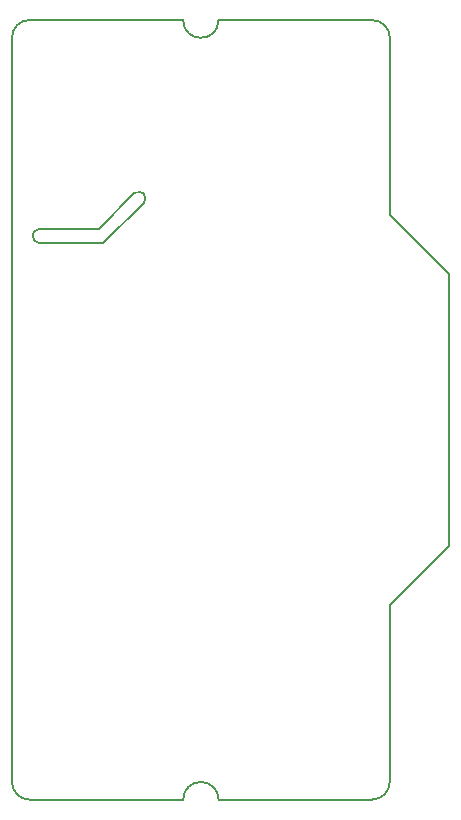
<source format=gm1>
G04 #@! TF.FileFunction,Profile,NP*
%FSLAX46Y46*%
G04 Gerber Fmt 4.6, Leading zero omitted, Abs format (unit mm)*
G04 Created by KiCad (PCBNEW 4.0.4-stable) date 2016 December 21, Wednesday 22:04:00*
%MOMM*%
%LPD*%
G01*
G04 APERTURE LIST*
%ADD10C,0.100000*%
%ADD11C,0.150000*%
G04 APERTURE END LIST*
D10*
D11*
X30500001Y65999999D02*
X17499999Y66000000D01*
X14500003Y65999998D02*
G75*
G03X17499999Y66000000I1499998J1D01*
G01*
X17499999Y1D02*
X30500000Y-1D01*
X17500000Y-1D02*
G75*
G03X14500000Y1I-1500000J1D01*
G01*
X32000000Y16500000D02*
X32000000Y1499999D01*
X37000000Y21500000D02*
X32000000Y16500000D01*
X37000000Y44500000D02*
X37000000Y21500000D01*
X32000000Y49500001D02*
X37000000Y44500000D01*
X1499998Y66000000D02*
G75*
G03X0Y64500000I1J-1499999D01*
G01*
X31999999Y64499999D02*
G75*
G03X30500001Y65999999I-1499999J1D01*
G01*
X11154040Y50520385D02*
G75*
G03X10354038Y51320383I-400001J399999D01*
G01*
X2354039Y48320383D02*
G75*
G03X2354039Y47120383I0J-600000D01*
G01*
X2354039Y47120383D02*
X7754039Y47120384D01*
X7754039Y47120384D02*
X11154039Y50520385D01*
X7354039Y48320383D02*
X10354039Y51320383D01*
X2354039Y48320383D02*
X7354039Y48320383D01*
X-1Y1500000D02*
G75*
G03X1499999Y0I1500000J0D01*
G01*
X30499998Y1D02*
G75*
G03X32000000Y1499999I2J1500000D01*
G01*
X0Y64500000D02*
X0Y1499999D01*
X14500000Y65999999D02*
X1499999Y66000001D01*
X32000000Y49500000D02*
X32000000Y64500000D01*
X1499999Y0D02*
X14500000Y1D01*
M02*

</source>
